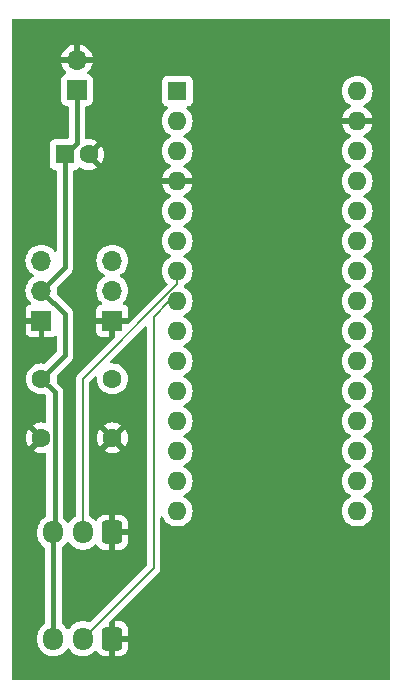
<source format=gbl>
G04 #@! TF.GenerationSoftware,KiCad,Pcbnew,8.0.4*
G04 #@! TF.CreationDate,2024-11-05T19:38:06-08:00*
G04 #@! TF.ProjectId,Engine Control Unit,456e6769-6e65-4204-936f-6e74726f6c20,rev?*
G04 #@! TF.SameCoordinates,Original*
G04 #@! TF.FileFunction,Copper,L4,Bot*
G04 #@! TF.FilePolarity,Positive*
%FSLAX46Y46*%
G04 Gerber Fmt 4.6, Leading zero omitted, Abs format (unit mm)*
G04 Created by KiCad (PCBNEW 8.0.4) date 2024-11-05 19:38:06*
%MOMM*%
%LPD*%
G01*
G04 APERTURE LIST*
G04 Aperture macros list*
%AMRoundRect*
0 Rectangle with rounded corners*
0 $1 Rounding radius*
0 $2 $3 $4 $5 $6 $7 $8 $9 X,Y pos of 4 corners*
0 Add a 4 corners polygon primitive as box body*
4,1,4,$2,$3,$4,$5,$6,$7,$8,$9,$2,$3,0*
0 Add four circle primitives for the rounded corners*
1,1,$1+$1,$2,$3*
1,1,$1+$1,$4,$5*
1,1,$1+$1,$6,$7*
1,1,$1+$1,$8,$9*
0 Add four rect primitives between the rounded corners*
20,1,$1+$1,$2,$3,$4,$5,0*
20,1,$1+$1,$4,$5,$6,$7,0*
20,1,$1+$1,$6,$7,$8,$9,0*
20,1,$1+$1,$8,$9,$2,$3,0*%
G04 Aperture macros list end*
G04 #@! TA.AperFunction,ComponentPad*
%ADD10R,1.700000X1.700000*%
G04 #@! TD*
G04 #@! TA.AperFunction,ComponentPad*
%ADD11O,1.700000X1.700000*%
G04 #@! TD*
G04 #@! TA.AperFunction,ComponentPad*
%ADD12C,1.600000*%
G04 #@! TD*
G04 #@! TA.AperFunction,ComponentPad*
%ADD13R,1.600000X1.600000*%
G04 #@! TD*
G04 #@! TA.AperFunction,ComponentPad*
%ADD14RoundRect,0.250000X0.600000X0.725000X-0.600000X0.725000X-0.600000X-0.725000X0.600000X-0.725000X0*%
G04 #@! TD*
G04 #@! TA.AperFunction,ComponentPad*
%ADD15O,1.700000X1.950000*%
G04 #@! TD*
G04 #@! TA.AperFunction,ComponentPad*
%ADD16O,1.600000X1.600000*%
G04 #@! TD*
G04 #@! TA.AperFunction,Conductor*
%ADD17C,0.127000*%
G04 #@! TD*
G04 #@! TA.AperFunction,Conductor*
%ADD18C,0.400000*%
G04 #@! TD*
G04 APERTURE END LIST*
D10*
X129000000Y-101080000D03*
D11*
X129000000Y-98540000D03*
X129000000Y-96000000D03*
D12*
X135000000Y-111000000D03*
X135000000Y-106000000D03*
D13*
X131000000Y-87000000D03*
D12*
X133000000Y-87000000D03*
D14*
X135000000Y-119000000D03*
D15*
X132500000Y-119000000D03*
X130000000Y-119000000D03*
D12*
X129000000Y-111000000D03*
X129000000Y-106000000D03*
D10*
X135000000Y-101080000D03*
D11*
X135000000Y-98540000D03*
X135000000Y-96000000D03*
D14*
X135000000Y-128000000D03*
D15*
X132500000Y-128000000D03*
X130000000Y-128000000D03*
D13*
X140500000Y-81640000D03*
D16*
X140500000Y-84180000D03*
X140500000Y-86720000D03*
X140500000Y-89260000D03*
X140500000Y-91800000D03*
X140500000Y-94340000D03*
X140500000Y-96880000D03*
X140500000Y-99420000D03*
X140500000Y-101960000D03*
X140500000Y-104500000D03*
X140500000Y-107040000D03*
X140500000Y-109580000D03*
X140500000Y-112120000D03*
X140500000Y-114660000D03*
X140500000Y-117200000D03*
X155740000Y-117200000D03*
X155740000Y-114660000D03*
X155740000Y-112120000D03*
X155740000Y-109580000D03*
X155740000Y-107040000D03*
X155740000Y-104500000D03*
X155740000Y-101960000D03*
X155740000Y-99420000D03*
X155740000Y-96880000D03*
X155740000Y-94340000D03*
X155740000Y-91800000D03*
X155740000Y-89260000D03*
X155740000Y-86720000D03*
X155740000Y-84180000D03*
X155740000Y-81640000D03*
D10*
X132000000Y-81540000D03*
D11*
X132000000Y-79000000D03*
D17*
X140500000Y-98011370D02*
X140500000Y-96880000D01*
X132500000Y-106011370D02*
X140500000Y-98011370D01*
X132500000Y-119000000D02*
X132500000Y-106011370D01*
X138500000Y-100750000D02*
X139830000Y-99420000D01*
X139830000Y-99420000D02*
X140500000Y-99420000D01*
X132500000Y-128000000D02*
X138500000Y-122000000D01*
X138500000Y-122000000D02*
X138500000Y-100750000D01*
D18*
X129000000Y-98540000D02*
X131000000Y-100540000D01*
X129000000Y-106000000D02*
X130127000Y-107127000D01*
X131000000Y-104000000D02*
X129000000Y-106000000D01*
X130127000Y-107127000D02*
X130127000Y-118873000D01*
X131000000Y-87000000D02*
X131000000Y-96540000D01*
X130127000Y-118873000D02*
X130000000Y-119000000D01*
X131000000Y-96540000D02*
X129000000Y-98540000D01*
X130000000Y-119000000D02*
X130000000Y-128000000D01*
X132000000Y-86000000D02*
X131000000Y-87000000D01*
X132000000Y-81540000D02*
X132000000Y-86000000D01*
X131000000Y-100540000D02*
X131000000Y-104000000D01*
G04 #@! TA.AperFunction,Conductor*
G36*
X137855334Y-101556165D02*
G01*
X137911267Y-101598037D01*
X137935684Y-101663501D01*
X137936000Y-101672347D01*
X137936000Y-121715021D01*
X137916315Y-121782060D01*
X137899681Y-121802702D01*
X133117827Y-126584555D01*
X133056504Y-126618040D01*
X132991828Y-126614805D01*
X132816240Y-126557753D01*
X132653248Y-126531938D01*
X132606287Y-126524500D01*
X132393713Y-126524500D01*
X132346752Y-126531938D01*
X132183760Y-126557753D01*
X131981585Y-126623444D01*
X131792179Y-126719951D01*
X131620213Y-126844890D01*
X131469894Y-126995209D01*
X131469890Y-126995214D01*
X131350318Y-127159793D01*
X131294989Y-127202459D01*
X131225375Y-127208438D01*
X131163580Y-127175833D01*
X131149682Y-127159793D01*
X131030109Y-126995214D01*
X131030105Y-126995209D01*
X130879786Y-126844890D01*
X130751615Y-126751770D01*
X130708949Y-126696441D01*
X130700500Y-126651452D01*
X130700500Y-120348547D01*
X130720185Y-120281508D01*
X130751614Y-120248230D01*
X130879792Y-120155104D01*
X131030104Y-120004792D01*
X131149683Y-119840204D01*
X131205011Y-119797540D01*
X131274624Y-119791561D01*
X131336420Y-119824166D01*
X131350313Y-119840199D01*
X131377552Y-119877690D01*
X131469896Y-120004792D01*
X131620213Y-120155109D01*
X131792179Y-120280048D01*
X131792181Y-120280049D01*
X131792184Y-120280051D01*
X131981588Y-120376557D01*
X132183757Y-120442246D01*
X132393713Y-120475500D01*
X132393714Y-120475500D01*
X132606286Y-120475500D01*
X132606287Y-120475500D01*
X132816243Y-120442246D01*
X133018412Y-120376557D01*
X133207816Y-120280051D01*
X133265141Y-120238402D01*
X133379784Y-120155110D01*
X133379784Y-120155109D01*
X133379792Y-120155104D01*
X133518967Y-120015928D01*
X133580286Y-119982446D01*
X133649978Y-119987430D01*
X133705912Y-120029301D01*
X133712184Y-120038515D01*
X133807684Y-120193345D01*
X133931654Y-120317315D01*
X134080875Y-120409356D01*
X134080880Y-120409358D01*
X134247302Y-120464505D01*
X134247309Y-120464506D01*
X134350019Y-120474999D01*
X134749999Y-120474999D01*
X134750000Y-120474998D01*
X134750000Y-119404145D01*
X134816657Y-119442630D01*
X134937465Y-119475000D01*
X135062535Y-119475000D01*
X135183343Y-119442630D01*
X135250000Y-119404145D01*
X135250000Y-120474999D01*
X135649972Y-120474999D01*
X135649986Y-120474998D01*
X135752697Y-120464505D01*
X135919119Y-120409358D01*
X135919124Y-120409356D01*
X136068345Y-120317315D01*
X136192315Y-120193345D01*
X136284356Y-120044124D01*
X136284358Y-120044119D01*
X136339505Y-119877697D01*
X136339506Y-119877690D01*
X136349999Y-119774986D01*
X136350000Y-119774973D01*
X136350000Y-119250000D01*
X135404146Y-119250000D01*
X135442630Y-119183343D01*
X135475000Y-119062535D01*
X135475000Y-118937465D01*
X135442630Y-118816657D01*
X135404146Y-118750000D01*
X136349999Y-118750000D01*
X136349999Y-118225028D01*
X136349998Y-118225013D01*
X136339505Y-118122302D01*
X136284358Y-117955880D01*
X136284356Y-117955875D01*
X136192315Y-117806654D01*
X136068345Y-117682684D01*
X135919124Y-117590643D01*
X135919119Y-117590641D01*
X135752697Y-117535494D01*
X135752690Y-117535493D01*
X135649986Y-117525000D01*
X135250000Y-117525000D01*
X135250000Y-118595854D01*
X135183343Y-118557370D01*
X135062535Y-118525000D01*
X134937465Y-118525000D01*
X134816657Y-118557370D01*
X134750000Y-118595854D01*
X134750000Y-117525000D01*
X134350028Y-117525000D01*
X134350012Y-117525001D01*
X134247302Y-117535494D01*
X134080880Y-117590641D01*
X134080875Y-117590643D01*
X133931654Y-117682684D01*
X133807683Y-117806655D01*
X133807680Y-117806659D01*
X133712183Y-117961484D01*
X133660235Y-118008209D01*
X133591273Y-118019430D01*
X133527191Y-117991587D01*
X133518964Y-117984068D01*
X133379786Y-117844890D01*
X133207817Y-117719949D01*
X133131704Y-117681167D01*
X133080909Y-117633193D01*
X133064000Y-117570683D01*
X133064000Y-110999997D01*
X133695034Y-110999997D01*
X133695034Y-111000002D01*
X133714858Y-111226599D01*
X133714860Y-111226610D01*
X133773730Y-111446317D01*
X133773735Y-111446331D01*
X133869863Y-111652478D01*
X133920974Y-111725472D01*
X134600000Y-111046446D01*
X134600000Y-111052661D01*
X134627259Y-111154394D01*
X134679920Y-111245606D01*
X134754394Y-111320080D01*
X134845606Y-111372741D01*
X134947339Y-111400000D01*
X134953553Y-111400000D01*
X134274526Y-112079025D01*
X134347513Y-112130132D01*
X134347521Y-112130136D01*
X134553668Y-112226264D01*
X134553682Y-112226269D01*
X134773389Y-112285139D01*
X134773400Y-112285141D01*
X134999998Y-112304966D01*
X135000002Y-112304966D01*
X135226599Y-112285141D01*
X135226610Y-112285139D01*
X135446317Y-112226269D01*
X135446331Y-112226264D01*
X135652478Y-112130136D01*
X135725471Y-112079024D01*
X135046447Y-111400000D01*
X135052661Y-111400000D01*
X135154394Y-111372741D01*
X135245606Y-111320080D01*
X135320080Y-111245606D01*
X135372741Y-111154394D01*
X135400000Y-111052661D01*
X135400000Y-111046447D01*
X136079024Y-111725471D01*
X136130136Y-111652478D01*
X136226264Y-111446331D01*
X136226269Y-111446317D01*
X136285139Y-111226610D01*
X136285141Y-111226599D01*
X136304966Y-111000002D01*
X136304966Y-110999997D01*
X136285141Y-110773400D01*
X136285139Y-110773389D01*
X136226269Y-110553682D01*
X136226264Y-110553668D01*
X136130136Y-110347521D01*
X136130132Y-110347513D01*
X136079025Y-110274526D01*
X135400000Y-110953551D01*
X135400000Y-110947339D01*
X135372741Y-110845606D01*
X135320080Y-110754394D01*
X135245606Y-110679920D01*
X135154394Y-110627259D01*
X135052661Y-110600000D01*
X135046448Y-110600000D01*
X135725472Y-109920974D01*
X135652478Y-109869863D01*
X135446331Y-109773735D01*
X135446317Y-109773730D01*
X135226610Y-109714860D01*
X135226599Y-109714858D01*
X135000002Y-109695034D01*
X134999998Y-109695034D01*
X134773400Y-109714858D01*
X134773389Y-109714860D01*
X134553682Y-109773730D01*
X134553673Y-109773734D01*
X134347516Y-109869866D01*
X134347512Y-109869868D01*
X134274526Y-109920973D01*
X134274526Y-109920974D01*
X134953553Y-110600000D01*
X134947339Y-110600000D01*
X134845606Y-110627259D01*
X134754394Y-110679920D01*
X134679920Y-110754394D01*
X134627259Y-110845606D01*
X134600000Y-110947339D01*
X134600000Y-110953552D01*
X133920974Y-110274526D01*
X133920973Y-110274526D01*
X133869868Y-110347512D01*
X133869866Y-110347516D01*
X133773734Y-110553673D01*
X133773730Y-110553682D01*
X133714860Y-110773389D01*
X133714858Y-110773400D01*
X133695034Y-110999997D01*
X133064000Y-110999997D01*
X133064000Y-106296347D01*
X133083685Y-106229308D01*
X133100315Y-106208670D01*
X133490595Y-105818389D01*
X133551918Y-105784905D01*
X133621610Y-105789889D01*
X133677543Y-105831761D01*
X133701960Y-105897225D01*
X133701804Y-105916878D01*
X133694532Y-105999997D01*
X133694532Y-106000001D01*
X133714364Y-106226686D01*
X133714366Y-106226697D01*
X133773258Y-106446488D01*
X133773261Y-106446497D01*
X133869431Y-106652732D01*
X133869432Y-106652734D01*
X133999954Y-106839141D01*
X134160858Y-107000045D01*
X134160861Y-107000047D01*
X134347266Y-107130568D01*
X134553504Y-107226739D01*
X134773308Y-107285635D01*
X134935230Y-107299801D01*
X134999998Y-107305468D01*
X135000000Y-107305468D01*
X135000002Y-107305468D01*
X135056673Y-107300509D01*
X135226692Y-107285635D01*
X135446496Y-107226739D01*
X135652734Y-107130568D01*
X135839139Y-107000047D01*
X136000047Y-106839139D01*
X136130568Y-106652734D01*
X136226739Y-106446496D01*
X136285635Y-106226692D01*
X136305468Y-106000000D01*
X136285635Y-105773308D01*
X136226739Y-105553504D01*
X136130568Y-105347266D01*
X136000047Y-105160861D01*
X136000045Y-105160858D01*
X135839141Y-104999954D01*
X135652734Y-104869432D01*
X135652732Y-104869431D01*
X135446497Y-104773261D01*
X135446488Y-104773258D01*
X135226697Y-104714366D01*
X135226693Y-104714365D01*
X135226692Y-104714365D01*
X135226691Y-104714364D01*
X135226686Y-104714364D01*
X135000002Y-104694532D01*
X134999998Y-104694532D01*
X134916877Y-104701804D01*
X134848377Y-104688037D01*
X134798194Y-104639422D01*
X134782261Y-104571393D01*
X134805636Y-104505550D01*
X134818382Y-104490602D01*
X137724321Y-101584664D01*
X137785642Y-101551181D01*
X137855334Y-101556165D01*
G37*
G04 #@! TD.AperFunction*
G04 #@! TA.AperFunction,Conductor*
G36*
X158442539Y-75520185D02*
G01*
X158488294Y-75572989D01*
X158499500Y-75624500D01*
X158499500Y-131375500D01*
X158479815Y-131442539D01*
X158427011Y-131488294D01*
X158375500Y-131499500D01*
X126624500Y-131499500D01*
X126557461Y-131479815D01*
X126511706Y-131427011D01*
X126500500Y-131375500D01*
X126500500Y-95999999D01*
X127644341Y-95999999D01*
X127644341Y-96000000D01*
X127664936Y-96235403D01*
X127664938Y-96235413D01*
X127726094Y-96463655D01*
X127726096Y-96463659D01*
X127726097Y-96463663D01*
X127814533Y-96653313D01*
X127825965Y-96677829D01*
X127825967Y-96677834D01*
X127961501Y-96871395D01*
X127961506Y-96871402D01*
X128128597Y-97038493D01*
X128128603Y-97038498D01*
X128314158Y-97168425D01*
X128357783Y-97223002D01*
X128364977Y-97292500D01*
X128333454Y-97354855D01*
X128314158Y-97371575D01*
X128128597Y-97501505D01*
X127961505Y-97668597D01*
X127825965Y-97862169D01*
X127825964Y-97862171D01*
X127726098Y-98076335D01*
X127726094Y-98076344D01*
X127664938Y-98304586D01*
X127664936Y-98304596D01*
X127644341Y-98539999D01*
X127644341Y-98540000D01*
X127664936Y-98775403D01*
X127664938Y-98775413D01*
X127726094Y-99003655D01*
X127726096Y-99003659D01*
X127726097Y-99003663D01*
X127814527Y-99193302D01*
X127825965Y-99217830D01*
X127825967Y-99217834D01*
X127934281Y-99372521D01*
X127961501Y-99411396D01*
X127961506Y-99411402D01*
X128083818Y-99533714D01*
X128117303Y-99595037D01*
X128112319Y-99664729D01*
X128070447Y-99720662D01*
X128039471Y-99737577D01*
X127907912Y-99786646D01*
X127907906Y-99786649D01*
X127792812Y-99872809D01*
X127792809Y-99872812D01*
X127706649Y-99987906D01*
X127706645Y-99987913D01*
X127656403Y-100122620D01*
X127656401Y-100122627D01*
X127650000Y-100182155D01*
X127650000Y-100830000D01*
X128566988Y-100830000D01*
X128534075Y-100887007D01*
X128500000Y-101014174D01*
X128500000Y-101145826D01*
X128534075Y-101272993D01*
X128566988Y-101330000D01*
X127650000Y-101330000D01*
X127650000Y-101977844D01*
X127656401Y-102037372D01*
X127656403Y-102037379D01*
X127706645Y-102172086D01*
X127706649Y-102172093D01*
X127792809Y-102287187D01*
X127792812Y-102287190D01*
X127907906Y-102373350D01*
X127907913Y-102373354D01*
X128042620Y-102423596D01*
X128042627Y-102423598D01*
X128102155Y-102429999D01*
X128102172Y-102430000D01*
X128750000Y-102430000D01*
X128750000Y-101513012D01*
X128807007Y-101545925D01*
X128934174Y-101580000D01*
X129065826Y-101580000D01*
X129192993Y-101545925D01*
X129250000Y-101513012D01*
X129250000Y-102430000D01*
X129897828Y-102430000D01*
X129897844Y-102429999D01*
X129957372Y-102423598D01*
X129957379Y-102423596D01*
X130092086Y-102373354D01*
X130101186Y-102366542D01*
X130166650Y-102342123D01*
X130234923Y-102356973D01*
X130284330Y-102406377D01*
X130299500Y-102465807D01*
X130299500Y-103658480D01*
X130279815Y-103725519D01*
X130263181Y-103746161D01*
X129330369Y-104678972D01*
X129269046Y-104712457D01*
X129231881Y-104714819D01*
X129226680Y-104714364D01*
X129207171Y-104712657D01*
X129000002Y-104694532D01*
X128999998Y-104694532D01*
X128773313Y-104714364D01*
X128773302Y-104714366D01*
X128553511Y-104773258D01*
X128553502Y-104773261D01*
X128347267Y-104869431D01*
X128347265Y-104869432D01*
X128160858Y-104999954D01*
X127999954Y-105160858D01*
X127869432Y-105347265D01*
X127869431Y-105347267D01*
X127773261Y-105553502D01*
X127773258Y-105553511D01*
X127714366Y-105773302D01*
X127714364Y-105773313D01*
X127694532Y-105999998D01*
X127694532Y-106000001D01*
X127714364Y-106226686D01*
X127714366Y-106226697D01*
X127773258Y-106446488D01*
X127773261Y-106446497D01*
X127869431Y-106652732D01*
X127869432Y-106652734D01*
X127999954Y-106839141D01*
X128160858Y-107000045D01*
X128160861Y-107000047D01*
X128347266Y-107130568D01*
X128553504Y-107226739D01*
X128773308Y-107285635D01*
X128935230Y-107299801D01*
X128999998Y-107305468D01*
X129000000Y-107305468D01*
X129000001Y-107305468D01*
X129018304Y-107303866D01*
X129226692Y-107285635D01*
X129226697Y-107285633D01*
X129231881Y-107285180D01*
X129300381Y-107298946D01*
X129330370Y-107321027D01*
X129390181Y-107380838D01*
X129423666Y-107442161D01*
X129426500Y-107468519D01*
X129426500Y-109606820D01*
X129406815Y-109673859D01*
X129354011Y-109719614D01*
X129284853Y-109729558D01*
X129270408Y-109726595D01*
X129226610Y-109714860D01*
X129226603Y-109714859D01*
X129000002Y-109695034D01*
X128999998Y-109695034D01*
X128773400Y-109714858D01*
X128773389Y-109714860D01*
X128553682Y-109773730D01*
X128553673Y-109773734D01*
X128347516Y-109869866D01*
X128347512Y-109869868D01*
X128274526Y-109920973D01*
X128274526Y-109920974D01*
X128953553Y-110600000D01*
X128947339Y-110600000D01*
X128845606Y-110627259D01*
X128754394Y-110679920D01*
X128679920Y-110754394D01*
X128627259Y-110845606D01*
X128600000Y-110947339D01*
X128600000Y-110953552D01*
X127920974Y-110274526D01*
X127920973Y-110274526D01*
X127869868Y-110347512D01*
X127869866Y-110347516D01*
X127773734Y-110553673D01*
X127773730Y-110553682D01*
X127714860Y-110773389D01*
X127714858Y-110773400D01*
X127695034Y-110999997D01*
X127695034Y-111000002D01*
X127714858Y-111226599D01*
X127714860Y-111226610D01*
X127773730Y-111446317D01*
X127773735Y-111446331D01*
X127869863Y-111652478D01*
X127920974Y-111725472D01*
X128600000Y-111046446D01*
X128600000Y-111052661D01*
X128627259Y-111154394D01*
X128679920Y-111245606D01*
X128754394Y-111320080D01*
X128845606Y-111372741D01*
X128947339Y-111400000D01*
X128953551Y-111400000D01*
X128274526Y-112079025D01*
X128347513Y-112130132D01*
X128347521Y-112130136D01*
X128553668Y-112226264D01*
X128553682Y-112226269D01*
X128773389Y-112285139D01*
X128773400Y-112285141D01*
X128999998Y-112304966D01*
X129000002Y-112304966D01*
X129226599Y-112285141D01*
X129226606Y-112285140D01*
X129270406Y-112273404D01*
X129340256Y-112275067D01*
X129398119Y-112314229D01*
X129425623Y-112378457D01*
X129426500Y-112393179D01*
X129426500Y-117575523D01*
X129406815Y-117642562D01*
X129358796Y-117686007D01*
X129292182Y-117719949D01*
X129120213Y-117844890D01*
X128969890Y-117995213D01*
X128844951Y-118167179D01*
X128748444Y-118356585D01*
X128682753Y-118558760D01*
X128673069Y-118619905D01*
X128649500Y-118768713D01*
X128649500Y-119231287D01*
X128682754Y-119441243D01*
X128693722Y-119475000D01*
X128748444Y-119643414D01*
X128844951Y-119832820D01*
X128969890Y-120004786D01*
X129120211Y-120155107D01*
X129191200Y-120206682D01*
X129248385Y-120248229D01*
X129291051Y-120303558D01*
X129299500Y-120348547D01*
X129299500Y-126651452D01*
X129279815Y-126718491D01*
X129248385Y-126751770D01*
X129120213Y-126844890D01*
X128969890Y-126995213D01*
X128844951Y-127167179D01*
X128748444Y-127356585D01*
X128682753Y-127558760D01*
X128673069Y-127619905D01*
X128649500Y-127768713D01*
X128649500Y-128231287D01*
X128682754Y-128441243D01*
X128693722Y-128475000D01*
X128748444Y-128643414D01*
X128844951Y-128832820D01*
X128969890Y-129004786D01*
X129120213Y-129155109D01*
X129292179Y-129280048D01*
X129292181Y-129280049D01*
X129292184Y-129280051D01*
X129481588Y-129376557D01*
X129683757Y-129442246D01*
X129893713Y-129475500D01*
X129893714Y-129475500D01*
X130106286Y-129475500D01*
X130106287Y-129475500D01*
X130316243Y-129442246D01*
X130518412Y-129376557D01*
X130707816Y-129280051D01*
X130729789Y-129264086D01*
X130879786Y-129155109D01*
X130879788Y-129155106D01*
X130879792Y-129155104D01*
X131030104Y-129004792D01*
X131149683Y-128840204D01*
X131205011Y-128797540D01*
X131274624Y-128791561D01*
X131336420Y-128824166D01*
X131350313Y-128840199D01*
X131377552Y-128877690D01*
X131469896Y-129004792D01*
X131620213Y-129155109D01*
X131792179Y-129280048D01*
X131792181Y-129280049D01*
X131792184Y-129280051D01*
X131981588Y-129376557D01*
X132183757Y-129442246D01*
X132393713Y-129475500D01*
X132393714Y-129475500D01*
X132606286Y-129475500D01*
X132606287Y-129475500D01*
X132816243Y-129442246D01*
X133018412Y-129376557D01*
X133207816Y-129280051D01*
X133265141Y-129238402D01*
X133379784Y-129155110D01*
X133379784Y-129155109D01*
X133379792Y-129155104D01*
X133518967Y-129015928D01*
X133580286Y-128982446D01*
X133649978Y-128987430D01*
X133705912Y-129029301D01*
X133712184Y-129038515D01*
X133807684Y-129193345D01*
X133931654Y-129317315D01*
X134080875Y-129409356D01*
X134080880Y-129409358D01*
X134247302Y-129464505D01*
X134247309Y-129464506D01*
X134350019Y-129474999D01*
X134749999Y-129474999D01*
X134750000Y-129474998D01*
X134750000Y-128404145D01*
X134816657Y-128442630D01*
X134937465Y-128475000D01*
X135062535Y-128475000D01*
X135183343Y-128442630D01*
X135250000Y-128404145D01*
X135250000Y-129474999D01*
X135649972Y-129474999D01*
X135649986Y-129474998D01*
X135752697Y-129464505D01*
X135919119Y-129409358D01*
X135919124Y-129409356D01*
X136068345Y-129317315D01*
X136192315Y-129193345D01*
X136284356Y-129044124D01*
X136284358Y-129044119D01*
X136339505Y-128877697D01*
X136339506Y-128877690D01*
X136349999Y-128774986D01*
X136350000Y-128774973D01*
X136350000Y-128250000D01*
X135404146Y-128250000D01*
X135442630Y-128183343D01*
X135475000Y-128062535D01*
X135475000Y-127937465D01*
X135442630Y-127816657D01*
X135404146Y-127750000D01*
X136349999Y-127750000D01*
X136349999Y-127225028D01*
X136349998Y-127225013D01*
X136339505Y-127122302D01*
X136284358Y-126955880D01*
X136284356Y-126955875D01*
X136192315Y-126806654D01*
X136068345Y-126682684D01*
X135919124Y-126590643D01*
X135919119Y-126590641D01*
X135752697Y-126535494D01*
X135752690Y-126535493D01*
X135649986Y-126525000D01*
X135250000Y-126525000D01*
X135250000Y-127595854D01*
X135183343Y-127557370D01*
X135062535Y-127525000D01*
X134937465Y-127525000D01*
X134816657Y-127557370D01*
X134750000Y-127595854D01*
X134750000Y-126598977D01*
X134769685Y-126531938D01*
X134786319Y-126511296D01*
X138836094Y-122461521D01*
X138836099Y-122461517D01*
X138846302Y-122451313D01*
X138846304Y-122451313D01*
X138951313Y-122346304D01*
X138953592Y-122342356D01*
X138998377Y-122264787D01*
X138998380Y-122264778D01*
X138998386Y-122264770D01*
X139025565Y-122217697D01*
X139064000Y-122074253D01*
X139064000Y-121925748D01*
X139064000Y-117757061D01*
X139083685Y-117690022D01*
X139136489Y-117644267D01*
X139205647Y-117634323D01*
X139269203Y-117663348D01*
X139300382Y-117704656D01*
X139369431Y-117852732D01*
X139369432Y-117852734D01*
X139499954Y-118039141D01*
X139660858Y-118200045D01*
X139660861Y-118200047D01*
X139847266Y-118330568D01*
X140053504Y-118426739D01*
X140273308Y-118485635D01*
X140435230Y-118499801D01*
X140499998Y-118505468D01*
X140500000Y-118505468D01*
X140500002Y-118505468D01*
X140556673Y-118500509D01*
X140726692Y-118485635D01*
X140946496Y-118426739D01*
X141152734Y-118330568D01*
X141339139Y-118200047D01*
X141500047Y-118039139D01*
X141630568Y-117852734D01*
X141726739Y-117646496D01*
X141785635Y-117426692D01*
X141805468Y-117200000D01*
X141785635Y-116973308D01*
X141726739Y-116753504D01*
X141630568Y-116547266D01*
X141500047Y-116360861D01*
X141500045Y-116360858D01*
X141339141Y-116199954D01*
X141152734Y-116069432D01*
X141152728Y-116069429D01*
X141094725Y-116042382D01*
X141042285Y-115996210D01*
X141023133Y-115929017D01*
X141043348Y-115862135D01*
X141094725Y-115817618D01*
X141152734Y-115790568D01*
X141339139Y-115660047D01*
X141500047Y-115499139D01*
X141630568Y-115312734D01*
X141726739Y-115106496D01*
X141785635Y-114886692D01*
X141805468Y-114660000D01*
X141785635Y-114433308D01*
X141726739Y-114213504D01*
X141630568Y-114007266D01*
X141500047Y-113820861D01*
X141500045Y-113820858D01*
X141339141Y-113659954D01*
X141152734Y-113529432D01*
X141152728Y-113529429D01*
X141094725Y-113502382D01*
X141042285Y-113456210D01*
X141023133Y-113389017D01*
X141043348Y-113322135D01*
X141094725Y-113277618D01*
X141152734Y-113250568D01*
X141339139Y-113120047D01*
X141500047Y-112959139D01*
X141630568Y-112772734D01*
X141726739Y-112566496D01*
X141785635Y-112346692D01*
X141805468Y-112120000D01*
X141785635Y-111893308D01*
X141726739Y-111673504D01*
X141630568Y-111467266D01*
X141500047Y-111280861D01*
X141500045Y-111280858D01*
X141339141Y-111119954D01*
X141152734Y-110989432D01*
X141152728Y-110989429D01*
X141094725Y-110962382D01*
X141042285Y-110916210D01*
X141023133Y-110849017D01*
X141043348Y-110782135D01*
X141094725Y-110737618D01*
X141152734Y-110710568D01*
X141339139Y-110580047D01*
X141500047Y-110419139D01*
X141630568Y-110232734D01*
X141726739Y-110026496D01*
X141785635Y-109806692D01*
X141805468Y-109580000D01*
X141785635Y-109353308D01*
X141726739Y-109133504D01*
X141630568Y-108927266D01*
X141500047Y-108740861D01*
X141500045Y-108740858D01*
X141339141Y-108579954D01*
X141152734Y-108449432D01*
X141152728Y-108449429D01*
X141094725Y-108422382D01*
X141042285Y-108376210D01*
X141023133Y-108309017D01*
X141043348Y-108242135D01*
X141094725Y-108197618D01*
X141152734Y-108170568D01*
X141339139Y-108040047D01*
X141500047Y-107879139D01*
X141630568Y-107692734D01*
X141726739Y-107486496D01*
X141785635Y-107266692D01*
X141805468Y-107040000D01*
X141785635Y-106813308D01*
X141726739Y-106593504D01*
X141630568Y-106387266D01*
X141500047Y-106200861D01*
X141500045Y-106200858D01*
X141339141Y-106039954D01*
X141152734Y-105909432D01*
X141152728Y-105909429D01*
X141094725Y-105882382D01*
X141042285Y-105836210D01*
X141023133Y-105769017D01*
X141043348Y-105702135D01*
X141094725Y-105657618D01*
X141152734Y-105630568D01*
X141339139Y-105500047D01*
X141500047Y-105339139D01*
X141630568Y-105152734D01*
X141726739Y-104946496D01*
X141785635Y-104726692D01*
X141802634Y-104532384D01*
X141805468Y-104500001D01*
X141805468Y-104499998D01*
X141785635Y-104273313D01*
X141785635Y-104273308D01*
X141726739Y-104053504D01*
X141630568Y-103847266D01*
X141500047Y-103660861D01*
X141500045Y-103660858D01*
X141339141Y-103499954D01*
X141152734Y-103369432D01*
X141152728Y-103369429D01*
X141094725Y-103342382D01*
X141042285Y-103296210D01*
X141023133Y-103229017D01*
X141043348Y-103162135D01*
X141094725Y-103117618D01*
X141152734Y-103090568D01*
X141339139Y-102960047D01*
X141500047Y-102799139D01*
X141630568Y-102612734D01*
X141726739Y-102406496D01*
X141785635Y-102186692D01*
X141805468Y-101960000D01*
X141785635Y-101733308D01*
X141738170Y-101556165D01*
X141726741Y-101513511D01*
X141726738Y-101513502D01*
X141641169Y-101330000D01*
X141630568Y-101307266D01*
X141500047Y-101120861D01*
X141500045Y-101120858D01*
X141339141Y-100959954D01*
X141152734Y-100829432D01*
X141152728Y-100829429D01*
X141094725Y-100802382D01*
X141042285Y-100756210D01*
X141023133Y-100689017D01*
X141043348Y-100622135D01*
X141094725Y-100577618D01*
X141152734Y-100550568D01*
X141339139Y-100420047D01*
X141500047Y-100259139D01*
X141630568Y-100072734D01*
X141726739Y-99866496D01*
X141785635Y-99646692D01*
X141805468Y-99420000D01*
X141785635Y-99193308D01*
X141726739Y-98973504D01*
X141630568Y-98767266D01*
X141500047Y-98580861D01*
X141500045Y-98580858D01*
X141339141Y-98419954D01*
X141277004Y-98376446D01*
X141152734Y-98289432D01*
X141149196Y-98287782D01*
X141119608Y-98273984D01*
X141067170Y-98227811D01*
X141048019Y-98160617D01*
X141052240Y-98129512D01*
X141058342Y-98106739D01*
X141059347Y-98102988D01*
X141095709Y-98043329D01*
X141126712Y-98022701D01*
X141152734Y-98010568D01*
X141339139Y-97880047D01*
X141500047Y-97719139D01*
X141630568Y-97532734D01*
X141726739Y-97326496D01*
X141785635Y-97106692D01*
X141805468Y-96880000D01*
X141785635Y-96653308D01*
X141726739Y-96433504D01*
X141630568Y-96227266D01*
X141500047Y-96040861D01*
X141500045Y-96040858D01*
X141339141Y-95879954D01*
X141152734Y-95749432D01*
X141152728Y-95749429D01*
X141094725Y-95722382D01*
X141042285Y-95676210D01*
X141023133Y-95609017D01*
X141043348Y-95542135D01*
X141094725Y-95497618D01*
X141152734Y-95470568D01*
X141339139Y-95340047D01*
X141500047Y-95179139D01*
X141630568Y-94992734D01*
X141726739Y-94786496D01*
X141785635Y-94566692D01*
X141805468Y-94340000D01*
X141785635Y-94113308D01*
X141726739Y-93893504D01*
X141630568Y-93687266D01*
X141500047Y-93500861D01*
X141500045Y-93500858D01*
X141339141Y-93339954D01*
X141152734Y-93209432D01*
X141152728Y-93209429D01*
X141094725Y-93182382D01*
X141042285Y-93136210D01*
X141023133Y-93069017D01*
X141043348Y-93002135D01*
X141094725Y-92957618D01*
X141152734Y-92930568D01*
X141339139Y-92800047D01*
X141500047Y-92639139D01*
X141630568Y-92452734D01*
X141726739Y-92246496D01*
X141785635Y-92026692D01*
X141805468Y-91800000D01*
X141785635Y-91573308D01*
X141726739Y-91353504D01*
X141630568Y-91147266D01*
X141500047Y-90960861D01*
X141500045Y-90960858D01*
X141339141Y-90799954D01*
X141152734Y-90669432D01*
X141152732Y-90669431D01*
X141094725Y-90642382D01*
X141094132Y-90642105D01*
X141041694Y-90595934D01*
X141022542Y-90528740D01*
X141042758Y-90461859D01*
X141094134Y-90417341D01*
X141152484Y-90390132D01*
X141338820Y-90259657D01*
X141499657Y-90098820D01*
X141630134Y-89912482D01*
X141726265Y-89706326D01*
X141726269Y-89706317D01*
X141778872Y-89510000D01*
X140933012Y-89510000D01*
X140965925Y-89452993D01*
X141000000Y-89325826D01*
X141000000Y-89194174D01*
X140965925Y-89067007D01*
X140933012Y-89010000D01*
X141778872Y-89010000D01*
X141778872Y-89009999D01*
X141726269Y-88813682D01*
X141726265Y-88813673D01*
X141630134Y-88607517D01*
X141499657Y-88421179D01*
X141338820Y-88260342D01*
X141152482Y-88129865D01*
X141094133Y-88102657D01*
X141041694Y-88056484D01*
X141022542Y-87989291D01*
X141042758Y-87922410D01*
X141094129Y-87877895D01*
X141152734Y-87850568D01*
X141339139Y-87720047D01*
X141500047Y-87559139D01*
X141630568Y-87372734D01*
X141726739Y-87166496D01*
X141785635Y-86946692D01*
X141805468Y-86720000D01*
X141801961Y-86679920D01*
X141785635Y-86493313D01*
X141785635Y-86493308D01*
X141726739Y-86273504D01*
X141630568Y-86067266D01*
X141500047Y-85880861D01*
X141500045Y-85880858D01*
X141339141Y-85719954D01*
X141152734Y-85589432D01*
X141152728Y-85589429D01*
X141094725Y-85562382D01*
X141042285Y-85516210D01*
X141023133Y-85449017D01*
X141043348Y-85382135D01*
X141094725Y-85337618D01*
X141095319Y-85337341D01*
X141152734Y-85310568D01*
X141339139Y-85180047D01*
X141500047Y-85019139D01*
X141630568Y-84832734D01*
X141726739Y-84626496D01*
X141785635Y-84406692D01*
X141805468Y-84180000D01*
X141785635Y-83953308D01*
X141726739Y-83733504D01*
X141630568Y-83527266D01*
X141500047Y-83340861D01*
X141500045Y-83340858D01*
X141339143Y-83179956D01*
X141314536Y-83162726D01*
X141270912Y-83108149D01*
X141263719Y-83038650D01*
X141295241Y-82976296D01*
X141355471Y-82940882D01*
X141372404Y-82937861D01*
X141407483Y-82934091D01*
X141542331Y-82883796D01*
X141657546Y-82797546D01*
X141743796Y-82682331D01*
X141794091Y-82547483D01*
X141800500Y-82487873D01*
X141800499Y-81639998D01*
X154434532Y-81639998D01*
X154434532Y-81640001D01*
X154454364Y-81866686D01*
X154454366Y-81866697D01*
X154513258Y-82086488D01*
X154513261Y-82086497D01*
X154609431Y-82292732D01*
X154609432Y-82292734D01*
X154739954Y-82479141D01*
X154900858Y-82640045D01*
X154900861Y-82640047D01*
X155087266Y-82770568D01*
X155145865Y-82797893D01*
X155198305Y-82844065D01*
X155217457Y-82911258D01*
X155197242Y-82978139D01*
X155145867Y-83022657D01*
X155087515Y-83049867D01*
X154901179Y-83180342D01*
X154740342Y-83341179D01*
X154609865Y-83527517D01*
X154513734Y-83733673D01*
X154513730Y-83733682D01*
X154461127Y-83929999D01*
X154461128Y-83930000D01*
X155306988Y-83930000D01*
X155274075Y-83987007D01*
X155240000Y-84114174D01*
X155240000Y-84245826D01*
X155274075Y-84372993D01*
X155306988Y-84430000D01*
X154461128Y-84430000D01*
X154513730Y-84626317D01*
X154513734Y-84626326D01*
X154609865Y-84832482D01*
X154740342Y-85018820D01*
X154901179Y-85179657D01*
X155087518Y-85310134D01*
X155087520Y-85310135D01*
X155145865Y-85337342D01*
X155198305Y-85383514D01*
X155217457Y-85450707D01*
X155197242Y-85517589D01*
X155145867Y-85562105D01*
X155087268Y-85589431D01*
X155087264Y-85589433D01*
X154900858Y-85719954D01*
X154739954Y-85880858D01*
X154609432Y-86067265D01*
X154609431Y-86067267D01*
X154513261Y-86273502D01*
X154513258Y-86273511D01*
X154454366Y-86493302D01*
X154454364Y-86493313D01*
X154434532Y-86719998D01*
X154434532Y-86720001D01*
X154454364Y-86946686D01*
X154454366Y-86946697D01*
X154513258Y-87166488D01*
X154513261Y-87166497D01*
X154609431Y-87372732D01*
X154609432Y-87372734D01*
X154739954Y-87559141D01*
X154900858Y-87720045D01*
X154900861Y-87720047D01*
X155087266Y-87850568D01*
X155145275Y-87877618D01*
X155197714Y-87923791D01*
X155216866Y-87990984D01*
X155196650Y-88057865D01*
X155145275Y-88102381D01*
X155128272Y-88110310D01*
X155087267Y-88129431D01*
X155087265Y-88129432D01*
X154900858Y-88259954D01*
X154739954Y-88420858D01*
X154609432Y-88607265D01*
X154609431Y-88607267D01*
X154513261Y-88813502D01*
X154513258Y-88813511D01*
X154454366Y-89033302D01*
X154454364Y-89033313D01*
X154434532Y-89259998D01*
X154434532Y-89260001D01*
X154454364Y-89486686D01*
X154454366Y-89486697D01*
X154513258Y-89706488D01*
X154513261Y-89706497D01*
X154609431Y-89912732D01*
X154609432Y-89912734D01*
X154739954Y-90099141D01*
X154900858Y-90260045D01*
X154900861Y-90260047D01*
X155087266Y-90390568D01*
X155144681Y-90417341D01*
X155145275Y-90417618D01*
X155197714Y-90463791D01*
X155216866Y-90530984D01*
X155196650Y-90597865D01*
X155145275Y-90642382D01*
X155087267Y-90669431D01*
X155087265Y-90669432D01*
X154900858Y-90799954D01*
X154739954Y-90960858D01*
X154609432Y-91147265D01*
X154609431Y-91147267D01*
X154513261Y-91353502D01*
X154513258Y-91353511D01*
X154454366Y-91573302D01*
X154454364Y-91573313D01*
X154434532Y-91799998D01*
X154434532Y-91800001D01*
X154454364Y-92026686D01*
X154454366Y-92026697D01*
X154513258Y-92246488D01*
X154513261Y-92246497D01*
X154609431Y-92452732D01*
X154609432Y-92452734D01*
X154739954Y-92639141D01*
X154900858Y-92800045D01*
X154900861Y-92800047D01*
X155087266Y-92930568D01*
X155145275Y-92957618D01*
X155197714Y-93003791D01*
X155216866Y-93070984D01*
X155196650Y-93137865D01*
X155145275Y-93182382D01*
X155087267Y-93209431D01*
X155087265Y-93209432D01*
X154900858Y-93339954D01*
X154739954Y-93500858D01*
X154609432Y-93687265D01*
X154609431Y-93687267D01*
X154513261Y-93893502D01*
X154513258Y-93893511D01*
X154454366Y-94113302D01*
X154454364Y-94113313D01*
X154434532Y-94339998D01*
X154434532Y-94340001D01*
X154454364Y-94566686D01*
X154454366Y-94566697D01*
X154513258Y-94786488D01*
X154513261Y-94786497D01*
X154609431Y-94992732D01*
X154609432Y-94992734D01*
X154739954Y-95179141D01*
X154900858Y-95340045D01*
X154900861Y-95340047D01*
X155087266Y-95470568D01*
X155145275Y-95497618D01*
X155197714Y-95543791D01*
X155216866Y-95610984D01*
X155196650Y-95677865D01*
X155145275Y-95722382D01*
X155087267Y-95749431D01*
X155087265Y-95749432D01*
X154900858Y-95879954D01*
X154739954Y-96040858D01*
X154609432Y-96227265D01*
X154609431Y-96227267D01*
X154513261Y-96433502D01*
X154513258Y-96433511D01*
X154454366Y-96653302D01*
X154454364Y-96653313D01*
X154434532Y-96879998D01*
X154434532Y-96880001D01*
X154454364Y-97106686D01*
X154454366Y-97106697D01*
X154513258Y-97326488D01*
X154513261Y-97326497D01*
X154609431Y-97532732D01*
X154609432Y-97532734D01*
X154739954Y-97719141D01*
X154900858Y-97880045D01*
X154900861Y-97880047D01*
X155087266Y-98010568D01*
X155113277Y-98022697D01*
X155145275Y-98037618D01*
X155197714Y-98083791D01*
X155216866Y-98150984D01*
X155196650Y-98217865D01*
X155145275Y-98262382D01*
X155087267Y-98289431D01*
X155087265Y-98289432D01*
X154900858Y-98419954D01*
X154739954Y-98580858D01*
X154609432Y-98767265D01*
X154609431Y-98767267D01*
X154513261Y-98973502D01*
X154513258Y-98973511D01*
X154454366Y-99193302D01*
X154454364Y-99193313D01*
X154434532Y-99419998D01*
X154434532Y-99420001D01*
X154454364Y-99646686D01*
X154454366Y-99646697D01*
X154513258Y-99866488D01*
X154513261Y-99866497D01*
X154609431Y-100072732D01*
X154609432Y-100072734D01*
X154739954Y-100259141D01*
X154900858Y-100420045D01*
X154900861Y-100420047D01*
X155087266Y-100550568D01*
X155145275Y-100577618D01*
X155197714Y-100623791D01*
X155216866Y-100690984D01*
X155196650Y-100757865D01*
X155145275Y-100802382D01*
X155087267Y-100829431D01*
X155087265Y-100829432D01*
X154900858Y-100959954D01*
X154739954Y-101120858D01*
X154609432Y-101307265D01*
X154609431Y-101307267D01*
X154513261Y-101513502D01*
X154513258Y-101513511D01*
X154454366Y-101733302D01*
X154454364Y-101733313D01*
X154434532Y-101959998D01*
X154434532Y-101960001D01*
X154454364Y-102186686D01*
X154454366Y-102186697D01*
X154513258Y-102406488D01*
X154513261Y-102406497D01*
X154609431Y-102612732D01*
X154609432Y-102612734D01*
X154739954Y-102799141D01*
X154900858Y-102960045D01*
X154900861Y-102960047D01*
X155087266Y-103090568D01*
X155145275Y-103117618D01*
X155197714Y-103163791D01*
X155216866Y-103230984D01*
X155196650Y-103297865D01*
X155145275Y-103342382D01*
X155087267Y-103369431D01*
X155087265Y-103369432D01*
X154900858Y-103499954D01*
X154739954Y-103660858D01*
X154609432Y-103847265D01*
X154609431Y-103847267D01*
X154513261Y-104053502D01*
X154513258Y-104053511D01*
X154454366Y-104273302D01*
X154454364Y-104273313D01*
X154434532Y-104499998D01*
X154434532Y-104500001D01*
X154454364Y-104726686D01*
X154454366Y-104726697D01*
X154513258Y-104946488D01*
X154513261Y-104946497D01*
X154609431Y-105152732D01*
X154609432Y-105152734D01*
X154739954Y-105339141D01*
X154900858Y-105500045D01*
X154900861Y-105500047D01*
X155087266Y-105630568D01*
X155145275Y-105657618D01*
X155197714Y-105703791D01*
X155216866Y-105770984D01*
X155196650Y-105837865D01*
X155145275Y-105882382D01*
X155087267Y-105909431D01*
X155087265Y-105909432D01*
X154900858Y-106039954D01*
X154739954Y-106200858D01*
X154609432Y-106387265D01*
X154609431Y-106387267D01*
X154513261Y-106593502D01*
X154513258Y-106593511D01*
X154454366Y-106813302D01*
X154454364Y-106813313D01*
X154434532Y-107039998D01*
X154434532Y-107040001D01*
X154454364Y-107266686D01*
X154454366Y-107266697D01*
X154513258Y-107486488D01*
X154513261Y-107486497D01*
X154609431Y-107692732D01*
X154609432Y-107692734D01*
X154739954Y-107879141D01*
X154900858Y-108040045D01*
X154900861Y-108040047D01*
X155087266Y-108170568D01*
X155145275Y-108197618D01*
X155197714Y-108243791D01*
X155216866Y-108310984D01*
X155196650Y-108377865D01*
X155145275Y-108422382D01*
X155087267Y-108449431D01*
X155087265Y-108449432D01*
X154900858Y-108579954D01*
X154739954Y-108740858D01*
X154609432Y-108927265D01*
X154609431Y-108927267D01*
X154513261Y-109133502D01*
X154513258Y-109133511D01*
X154454366Y-109353302D01*
X154454364Y-109353313D01*
X154434532Y-109579998D01*
X154434532Y-109580001D01*
X154454364Y-109806686D01*
X154454366Y-109806697D01*
X154513258Y-110026488D01*
X154513261Y-110026497D01*
X154609431Y-110232732D01*
X154609432Y-110232734D01*
X154739954Y-110419141D01*
X154900858Y-110580045D01*
X154900861Y-110580047D01*
X155087266Y-110710568D01*
X155145275Y-110737618D01*
X155197714Y-110783791D01*
X155216866Y-110850984D01*
X155196650Y-110917865D01*
X155145275Y-110962382D01*
X155087267Y-110989431D01*
X155087265Y-110989432D01*
X154900858Y-111119954D01*
X154739954Y-111280858D01*
X154609432Y-111467265D01*
X154609431Y-111467267D01*
X154513261Y-111673502D01*
X154513258Y-111673511D01*
X154454366Y-111893302D01*
X154454364Y-111893313D01*
X154434532Y-112119998D01*
X154434532Y-112120001D01*
X154454364Y-112346686D01*
X154454366Y-112346697D01*
X154513258Y-112566488D01*
X154513261Y-112566497D01*
X154609431Y-112772732D01*
X154609432Y-112772734D01*
X154739954Y-112959141D01*
X154900858Y-113120045D01*
X154900861Y-113120047D01*
X155087266Y-113250568D01*
X155145275Y-113277618D01*
X155197714Y-113323791D01*
X155216866Y-113390984D01*
X155196650Y-113457865D01*
X155145275Y-113502382D01*
X155087267Y-113529431D01*
X155087265Y-113529432D01*
X154900858Y-113659954D01*
X154739954Y-113820858D01*
X154609432Y-114007265D01*
X154609431Y-114007267D01*
X154513261Y-114213502D01*
X154513258Y-114213511D01*
X154454366Y-114433302D01*
X154454364Y-114433313D01*
X154434532Y-114659998D01*
X154434532Y-114660001D01*
X154454364Y-114886686D01*
X154454366Y-114886697D01*
X154513258Y-115106488D01*
X154513261Y-115106497D01*
X154609431Y-115312732D01*
X154609432Y-115312734D01*
X154739954Y-115499141D01*
X154900858Y-115660045D01*
X154900861Y-115660047D01*
X155087266Y-115790568D01*
X155145275Y-115817618D01*
X155197714Y-115863791D01*
X155216866Y-115930984D01*
X155196650Y-115997865D01*
X155145275Y-116042382D01*
X155087267Y-116069431D01*
X155087265Y-116069432D01*
X154900858Y-116199954D01*
X154739954Y-116360858D01*
X154609432Y-116547265D01*
X154609431Y-116547267D01*
X154513261Y-116753502D01*
X154513258Y-116753511D01*
X154454366Y-116973302D01*
X154454364Y-116973313D01*
X154434532Y-117199998D01*
X154434532Y-117200001D01*
X154454364Y-117426686D01*
X154454366Y-117426697D01*
X154513258Y-117646488D01*
X154513261Y-117646497D01*
X154609431Y-117852732D01*
X154609432Y-117852734D01*
X154739954Y-118039141D01*
X154900858Y-118200045D01*
X154900861Y-118200047D01*
X155087266Y-118330568D01*
X155293504Y-118426739D01*
X155513308Y-118485635D01*
X155675230Y-118499801D01*
X155739998Y-118505468D01*
X155740000Y-118505468D01*
X155740002Y-118505468D01*
X155796673Y-118500509D01*
X155966692Y-118485635D01*
X156186496Y-118426739D01*
X156392734Y-118330568D01*
X156579139Y-118200047D01*
X156740047Y-118039139D01*
X156870568Y-117852734D01*
X156966739Y-117646496D01*
X157025635Y-117426692D01*
X157045468Y-117200000D01*
X157025635Y-116973308D01*
X156966739Y-116753504D01*
X156870568Y-116547266D01*
X156740047Y-116360861D01*
X156740045Y-116360858D01*
X156579141Y-116199954D01*
X156392734Y-116069432D01*
X156392728Y-116069429D01*
X156334725Y-116042382D01*
X156282285Y-115996210D01*
X156263133Y-115929017D01*
X156283348Y-115862135D01*
X156334725Y-115817618D01*
X156392734Y-115790568D01*
X156579139Y-115660047D01*
X156740047Y-115499139D01*
X156870568Y-115312734D01*
X156966739Y-115106496D01*
X157025635Y-114886692D01*
X157045468Y-114660000D01*
X157025635Y-114433308D01*
X156966739Y-114213504D01*
X156870568Y-114007266D01*
X156740047Y-113820861D01*
X156740045Y-113820858D01*
X156579141Y-113659954D01*
X156392734Y-113529432D01*
X156392728Y-113529429D01*
X156334725Y-113502382D01*
X156282285Y-113456210D01*
X156263133Y-113389017D01*
X156283348Y-113322135D01*
X156334725Y-113277618D01*
X156392734Y-113250568D01*
X156579139Y-113120047D01*
X156740047Y-112959139D01*
X156870568Y-112772734D01*
X156966739Y-112566496D01*
X157025635Y-112346692D01*
X157045468Y-112120000D01*
X157025635Y-111893308D01*
X156966739Y-111673504D01*
X156870568Y-111467266D01*
X156740047Y-111280861D01*
X156740045Y-111280858D01*
X156579141Y-111119954D01*
X156392734Y-110989432D01*
X156392728Y-110989429D01*
X156334725Y-110962382D01*
X156282285Y-110916210D01*
X156263133Y-110849017D01*
X156283348Y-110782135D01*
X156334725Y-110737618D01*
X156392734Y-110710568D01*
X156579139Y-110580047D01*
X156740047Y-110419139D01*
X156870568Y-110232734D01*
X156966739Y-110026496D01*
X157025635Y-109806692D01*
X157045468Y-109580000D01*
X157025635Y-109353308D01*
X156966739Y-109133504D01*
X156870568Y-108927266D01*
X156740047Y-108740861D01*
X156740045Y-108740858D01*
X156579141Y-108579954D01*
X156392734Y-108449432D01*
X156392728Y-108449429D01*
X156334725Y-108422382D01*
X156282285Y-108376210D01*
X156263133Y-108309017D01*
X156283348Y-108242135D01*
X156334725Y-108197618D01*
X156392734Y-108170568D01*
X156579139Y-108040047D01*
X156740047Y-107879139D01*
X156870568Y-107692734D01*
X156966739Y-107486496D01*
X157025635Y-107266692D01*
X157045468Y-107040000D01*
X157025635Y-106813308D01*
X156966739Y-106593504D01*
X156870568Y-106387266D01*
X156740047Y-106200861D01*
X156740045Y-106200858D01*
X156579141Y-106039954D01*
X156392734Y-105909432D01*
X156392728Y-105909429D01*
X156334725Y-105882382D01*
X156282285Y-105836210D01*
X156263133Y-105769017D01*
X156283348Y-105702135D01*
X156334725Y-105657618D01*
X156392734Y-105630568D01*
X156579139Y-105500047D01*
X156740047Y-105339139D01*
X156870568Y-105152734D01*
X156966739Y-104946496D01*
X157025635Y-104726692D01*
X157042634Y-104532384D01*
X157045468Y-104500001D01*
X157045468Y-104499998D01*
X157025635Y-104273313D01*
X157025635Y-104273308D01*
X156966739Y-104053504D01*
X156870568Y-103847266D01*
X156740047Y-103660861D01*
X156740045Y-103660858D01*
X156579141Y-103499954D01*
X156392734Y-103369432D01*
X156392728Y-103369429D01*
X156334725Y-103342382D01*
X156282285Y-103296210D01*
X156263133Y-103229017D01*
X156283348Y-103162135D01*
X156334725Y-103117618D01*
X156392734Y-103090568D01*
X156579139Y-102960047D01*
X156740047Y-102799139D01*
X156870568Y-102612734D01*
X156966739Y-102406496D01*
X157025635Y-102186692D01*
X157045468Y-101960000D01*
X157025635Y-101733308D01*
X156978170Y-101556165D01*
X156966741Y-101513511D01*
X156966738Y-101513502D01*
X156881169Y-101330000D01*
X156870568Y-101307266D01*
X156740047Y-101120861D01*
X156740045Y-101120858D01*
X156579141Y-100959954D01*
X156392734Y-100829432D01*
X156392728Y-100829429D01*
X156334725Y-100802382D01*
X156282285Y-100756210D01*
X156263133Y-100689017D01*
X156283348Y-100622135D01*
X156334725Y-100577618D01*
X156392734Y-100550568D01*
X156579139Y-100420047D01*
X156740047Y-100259139D01*
X156870568Y-100072734D01*
X156966739Y-99866496D01*
X157025635Y-99646692D01*
X157045468Y-99420000D01*
X157025635Y-99193308D01*
X156966739Y-98973504D01*
X156870568Y-98767266D01*
X156740047Y-98580861D01*
X156740045Y-98580858D01*
X156579141Y-98419954D01*
X156392734Y-98289432D01*
X156392728Y-98289429D01*
X156334725Y-98262382D01*
X156282285Y-98216210D01*
X156263133Y-98149017D01*
X156283348Y-98082135D01*
X156334725Y-98037618D01*
X156392734Y-98010568D01*
X156579139Y-97880047D01*
X156740047Y-97719139D01*
X156870568Y-97532734D01*
X156966739Y-97326496D01*
X157025635Y-97106692D01*
X157045468Y-96880000D01*
X157025635Y-96653308D01*
X156966739Y-96433504D01*
X156870568Y-96227266D01*
X156740047Y-96040861D01*
X156740045Y-96040858D01*
X156579141Y-95879954D01*
X156392734Y-95749432D01*
X156392728Y-95749429D01*
X156334725Y-95722382D01*
X156282285Y-95676210D01*
X156263133Y-95609017D01*
X156283348Y-95542135D01*
X156334725Y-95497618D01*
X156392734Y-95470568D01*
X156579139Y-95340047D01*
X156740047Y-95179139D01*
X156870568Y-94992734D01*
X156966739Y-94786496D01*
X157025635Y-94566692D01*
X157045468Y-94340000D01*
X157025635Y-94113308D01*
X156966739Y-93893504D01*
X156870568Y-93687266D01*
X156740047Y-93500861D01*
X156740045Y-93500858D01*
X156579141Y-93339954D01*
X156392734Y-93209432D01*
X156392728Y-93209429D01*
X156334725Y-93182382D01*
X156282285Y-93136210D01*
X156263133Y-93069017D01*
X156283348Y-93002135D01*
X156334725Y-92957618D01*
X156392734Y-92930568D01*
X156579139Y-92800047D01*
X156740047Y-92639139D01*
X156870568Y-92452734D01*
X156966739Y-92246496D01*
X157025635Y-92026692D01*
X157045468Y-91800000D01*
X157025635Y-91573308D01*
X156966739Y-91353504D01*
X156870568Y-91147266D01*
X156740047Y-90960861D01*
X156740045Y-90960858D01*
X156579141Y-90799954D01*
X156392734Y-90669432D01*
X156392728Y-90669429D01*
X156334725Y-90642382D01*
X156282285Y-90596210D01*
X156263133Y-90529017D01*
X156283348Y-90462135D01*
X156334725Y-90417618D01*
X156335319Y-90417341D01*
X156392734Y-90390568D01*
X156579139Y-90260047D01*
X156740047Y-90099139D01*
X156870568Y-89912734D01*
X156966739Y-89706496D01*
X157025635Y-89486692D01*
X157045468Y-89260000D01*
X157025635Y-89033308D01*
X156966739Y-88813504D01*
X156870568Y-88607266D01*
X156740047Y-88420861D01*
X156740045Y-88420858D01*
X156579141Y-88259954D01*
X156392734Y-88129432D01*
X156392728Y-88129429D01*
X156365038Y-88116517D01*
X156334724Y-88102381D01*
X156282285Y-88056210D01*
X156263133Y-87989017D01*
X156283348Y-87922135D01*
X156334725Y-87877618D01*
X156392734Y-87850568D01*
X156579139Y-87720047D01*
X156740047Y-87559139D01*
X156870568Y-87372734D01*
X156966739Y-87166496D01*
X157025635Y-86946692D01*
X157045468Y-86720000D01*
X157041961Y-86679920D01*
X157025635Y-86493313D01*
X157025635Y-86493308D01*
X156966739Y-86273504D01*
X156870568Y-86067266D01*
X156740047Y-85880861D01*
X156740045Y-85880858D01*
X156579141Y-85719954D01*
X156392734Y-85589432D01*
X156392732Y-85589431D01*
X156334725Y-85562382D01*
X156334132Y-85562105D01*
X156281694Y-85515934D01*
X156262542Y-85448740D01*
X156282758Y-85381859D01*
X156334134Y-85337341D01*
X156392484Y-85310132D01*
X156578820Y-85179657D01*
X156739657Y-85018820D01*
X156870134Y-84832482D01*
X156966265Y-84626326D01*
X156966269Y-84626317D01*
X157018872Y-84430000D01*
X156173012Y-84430000D01*
X156205925Y-84372993D01*
X156240000Y-84245826D01*
X156240000Y-84114174D01*
X156205925Y-83987007D01*
X156173012Y-83930000D01*
X157018872Y-83930000D01*
X157018872Y-83929999D01*
X156966269Y-83733682D01*
X156966265Y-83733673D01*
X156870134Y-83527517D01*
X156739657Y-83341179D01*
X156578820Y-83180342D01*
X156392482Y-83049865D01*
X156334133Y-83022657D01*
X156281694Y-82976484D01*
X156262542Y-82909291D01*
X156282758Y-82842410D01*
X156334129Y-82797895D01*
X156392734Y-82770568D01*
X156579139Y-82640047D01*
X156740047Y-82479139D01*
X156870568Y-82292734D01*
X156966739Y-82086496D01*
X157025635Y-81866692D01*
X157045468Y-81640000D01*
X157025635Y-81413308D01*
X156966739Y-81193504D01*
X156870568Y-80987266D01*
X156740047Y-80800861D01*
X156740045Y-80800858D01*
X156579141Y-80639954D01*
X156392734Y-80509432D01*
X156392732Y-80509431D01*
X156186497Y-80413261D01*
X156186488Y-80413258D01*
X155966697Y-80354366D01*
X155966693Y-80354365D01*
X155966692Y-80354365D01*
X155966691Y-80354364D01*
X155966686Y-80354364D01*
X155740002Y-80334532D01*
X155739998Y-80334532D01*
X155513313Y-80354364D01*
X155513302Y-80354366D01*
X155293511Y-80413258D01*
X155293502Y-80413261D01*
X155087267Y-80509431D01*
X155087265Y-80509432D01*
X154900858Y-80639954D01*
X154739954Y-80800858D01*
X154609432Y-80987265D01*
X154609431Y-80987267D01*
X154513261Y-81193502D01*
X154513258Y-81193511D01*
X154454366Y-81413302D01*
X154454364Y-81413313D01*
X154434532Y-81639998D01*
X141800499Y-81639998D01*
X141800499Y-80792128D01*
X141794091Y-80732517D01*
X141760378Y-80642129D01*
X141743797Y-80597671D01*
X141743793Y-80597664D01*
X141657547Y-80482455D01*
X141657544Y-80482452D01*
X141542335Y-80396206D01*
X141542328Y-80396202D01*
X141407482Y-80345908D01*
X141407483Y-80345908D01*
X141347883Y-80339501D01*
X141347881Y-80339500D01*
X141347873Y-80339500D01*
X141347864Y-80339500D01*
X139652129Y-80339500D01*
X139652123Y-80339501D01*
X139592516Y-80345908D01*
X139457671Y-80396202D01*
X139457664Y-80396206D01*
X139342455Y-80482452D01*
X139342452Y-80482455D01*
X139256206Y-80597664D01*
X139256202Y-80597671D01*
X139205908Y-80732517D01*
X139199501Y-80792116D01*
X139199501Y-80792123D01*
X139199500Y-80792135D01*
X139199500Y-82487870D01*
X139199501Y-82487876D01*
X139205908Y-82547483D01*
X139256202Y-82682328D01*
X139256206Y-82682335D01*
X139342452Y-82797544D01*
X139342455Y-82797547D01*
X139457664Y-82883793D01*
X139457671Y-82883797D01*
X139475643Y-82890500D01*
X139592517Y-82934091D01*
X139627596Y-82937862D01*
X139692144Y-82964599D01*
X139731993Y-83021991D01*
X139734488Y-83091816D01*
X139698836Y-83151905D01*
X139685464Y-83162725D01*
X139660858Y-83179954D01*
X139499954Y-83340858D01*
X139369432Y-83527265D01*
X139369431Y-83527267D01*
X139273261Y-83733502D01*
X139273258Y-83733511D01*
X139214366Y-83953302D01*
X139214364Y-83953313D01*
X139194532Y-84179998D01*
X139194532Y-84180001D01*
X139214364Y-84406686D01*
X139214366Y-84406697D01*
X139273258Y-84626488D01*
X139273261Y-84626497D01*
X139369431Y-84832732D01*
X139369432Y-84832734D01*
X139499954Y-85019141D01*
X139660858Y-85180045D01*
X139660861Y-85180047D01*
X139847266Y-85310568D01*
X139904681Y-85337341D01*
X139905275Y-85337618D01*
X139957714Y-85383791D01*
X139976866Y-85450984D01*
X139956650Y-85517865D01*
X139905275Y-85562382D01*
X139847267Y-85589431D01*
X139847265Y-85589432D01*
X139660858Y-85719954D01*
X139499954Y-85880858D01*
X139369432Y-86067265D01*
X139369431Y-86067267D01*
X139273261Y-86273502D01*
X139273258Y-86273511D01*
X139214366Y-86493302D01*
X139214364Y-86493313D01*
X139194532Y-86719998D01*
X139194532Y-86720001D01*
X139214364Y-86946686D01*
X139214366Y-86946697D01*
X139273258Y-87166488D01*
X139273261Y-87166497D01*
X139369431Y-87372732D01*
X139369432Y-87372734D01*
X139499954Y-87559141D01*
X139660858Y-87720045D01*
X139660861Y-87720047D01*
X139847266Y-87850568D01*
X139905865Y-87877893D01*
X139958305Y-87924065D01*
X139977457Y-87991258D01*
X139957242Y-88058139D01*
X139905867Y-88102657D01*
X139847515Y-88129867D01*
X139661179Y-88260342D01*
X139500342Y-88421179D01*
X139369865Y-88607517D01*
X139273734Y-88813673D01*
X139273730Y-88813682D01*
X139221127Y-89009999D01*
X139221128Y-89010000D01*
X140066988Y-89010000D01*
X140034075Y-89067007D01*
X140000000Y-89194174D01*
X140000000Y-89325826D01*
X140034075Y-89452993D01*
X140066988Y-89510000D01*
X139221128Y-89510000D01*
X139273730Y-89706317D01*
X139273734Y-89706326D01*
X139369865Y-89912482D01*
X139500342Y-90098820D01*
X139661179Y-90259657D01*
X139847518Y-90390134D01*
X139847520Y-90390135D01*
X139905865Y-90417342D01*
X139958305Y-90463514D01*
X139977457Y-90530707D01*
X139957242Y-90597589D01*
X139905867Y-90642105D01*
X139847268Y-90669431D01*
X139847264Y-90669433D01*
X139660858Y-90799954D01*
X139499954Y-90960858D01*
X139369432Y-91147265D01*
X139369431Y-91147267D01*
X139273261Y-91353502D01*
X139273258Y-91353511D01*
X139214366Y-91573302D01*
X139214364Y-91573313D01*
X139194532Y-91799998D01*
X139194532Y-91800001D01*
X139214364Y-92026686D01*
X139214366Y-92026697D01*
X139273258Y-92246488D01*
X139273261Y-92246497D01*
X139369431Y-92452732D01*
X139369432Y-92452734D01*
X139499954Y-92639141D01*
X139660858Y-92800045D01*
X139660861Y-92800047D01*
X139847266Y-92930568D01*
X139905275Y-92957618D01*
X139957714Y-93003791D01*
X139976866Y-93070984D01*
X139956650Y-93137865D01*
X139905275Y-93182382D01*
X139847267Y-93209431D01*
X139847265Y-93209432D01*
X139660858Y-93339954D01*
X139499954Y-93500858D01*
X139369432Y-93687265D01*
X139369431Y-93687267D01*
X139273261Y-93893502D01*
X139273258Y-93893511D01*
X139214366Y-94113302D01*
X139214364Y-94113313D01*
X139194532Y-94339998D01*
X139194532Y-94340001D01*
X139214364Y-94566686D01*
X139214366Y-94566697D01*
X139273258Y-94786488D01*
X139273261Y-94786497D01*
X139369431Y-94992732D01*
X139369432Y-94992734D01*
X139499954Y-95179141D01*
X139660858Y-95340045D01*
X139660861Y-95340047D01*
X139847266Y-95470568D01*
X139905275Y-95497618D01*
X139957714Y-95543791D01*
X139976866Y-95610984D01*
X139956650Y-95677865D01*
X139905275Y-95722382D01*
X139847267Y-95749431D01*
X139847265Y-95749432D01*
X139660858Y-95879954D01*
X139499954Y-96040858D01*
X139369432Y-96227265D01*
X139369431Y-96227267D01*
X139273261Y-96433502D01*
X139273258Y-96433511D01*
X139214366Y-96653302D01*
X139214364Y-96653313D01*
X139194532Y-96879998D01*
X139194532Y-96880001D01*
X139214364Y-97106686D01*
X139214366Y-97106697D01*
X139273258Y-97326488D01*
X139273261Y-97326497D01*
X139369431Y-97532732D01*
X139369432Y-97532734D01*
X139499954Y-97719141D01*
X139659602Y-97878789D01*
X139693087Y-97940112D01*
X139688103Y-98009804D01*
X139659602Y-98054151D01*
X136420072Y-101293681D01*
X136358749Y-101327166D01*
X136332391Y-101330000D01*
X135433012Y-101330000D01*
X135465925Y-101272993D01*
X135500000Y-101145826D01*
X135500000Y-101014174D01*
X135465925Y-100887007D01*
X135433012Y-100830000D01*
X136350000Y-100830000D01*
X136350000Y-100182172D01*
X136349999Y-100182155D01*
X136343598Y-100122627D01*
X136343596Y-100122620D01*
X136293354Y-99987913D01*
X136293350Y-99987906D01*
X136207190Y-99872812D01*
X136207187Y-99872809D01*
X136092093Y-99786649D01*
X136092088Y-99786646D01*
X135960528Y-99737577D01*
X135904595Y-99695705D01*
X135880178Y-99630241D01*
X135895030Y-99561968D01*
X135916175Y-99533720D01*
X136038495Y-99411401D01*
X136174035Y-99217830D01*
X136273903Y-99003663D01*
X136335063Y-98775408D01*
X136355659Y-98540000D01*
X136335063Y-98304592D01*
X136273903Y-98076337D01*
X136174035Y-97862171D01*
X136073884Y-97719139D01*
X136038494Y-97668597D01*
X135871402Y-97501506D01*
X135871396Y-97501501D01*
X135685842Y-97371575D01*
X135642217Y-97316998D01*
X135635023Y-97247500D01*
X135666546Y-97185145D01*
X135685842Y-97168425D01*
X135708026Y-97152891D01*
X135871401Y-97038495D01*
X136038495Y-96871401D01*
X136174035Y-96677830D01*
X136273903Y-96463663D01*
X136335063Y-96235408D01*
X136355659Y-96000000D01*
X136335063Y-95764592D01*
X136273903Y-95536337D01*
X136174035Y-95322171D01*
X136103103Y-95220868D01*
X136038494Y-95128597D01*
X135871402Y-94961506D01*
X135871395Y-94961501D01*
X135677834Y-94825967D01*
X135677830Y-94825965D01*
X135677828Y-94825964D01*
X135463663Y-94726097D01*
X135463659Y-94726096D01*
X135463655Y-94726094D01*
X135235413Y-94664938D01*
X135235403Y-94664936D01*
X135000001Y-94644341D01*
X134999999Y-94644341D01*
X134764596Y-94664936D01*
X134764586Y-94664938D01*
X134536344Y-94726094D01*
X134536335Y-94726098D01*
X134322171Y-94825964D01*
X134322169Y-94825965D01*
X134128597Y-94961505D01*
X133961505Y-95128597D01*
X133825965Y-95322169D01*
X133825964Y-95322171D01*
X133726098Y-95536335D01*
X133726094Y-95536344D01*
X133664938Y-95764586D01*
X133664936Y-95764596D01*
X133644341Y-95999999D01*
X133644341Y-96000000D01*
X133664936Y-96235403D01*
X133664938Y-96235413D01*
X133726094Y-96463655D01*
X133726096Y-96463659D01*
X133726097Y-96463663D01*
X133814533Y-96653313D01*
X133825965Y-96677829D01*
X133825967Y-96677834D01*
X133961501Y-96871395D01*
X133961506Y-96871402D01*
X134128597Y-97038493D01*
X134128603Y-97038498D01*
X134314158Y-97168425D01*
X134357783Y-97223002D01*
X134364977Y-97292500D01*
X134333454Y-97354855D01*
X134314158Y-97371575D01*
X134128597Y-97501505D01*
X133961505Y-97668597D01*
X133825965Y-97862169D01*
X133825964Y-97862171D01*
X133726098Y-98076335D01*
X133726094Y-98076344D01*
X133664938Y-98304586D01*
X133664936Y-98304596D01*
X133644341Y-98539999D01*
X133644341Y-98540000D01*
X133664936Y-98775403D01*
X133664938Y-98775413D01*
X133726094Y-99003655D01*
X133726096Y-99003659D01*
X133726097Y-99003663D01*
X133814527Y-99193302D01*
X133825965Y-99217830D01*
X133825967Y-99217834D01*
X133934281Y-99372521D01*
X133961501Y-99411396D01*
X133961506Y-99411402D01*
X134083818Y-99533714D01*
X134117303Y-99595037D01*
X134112319Y-99664729D01*
X134070447Y-99720662D01*
X134039471Y-99737577D01*
X133907912Y-99786646D01*
X133907906Y-99786649D01*
X133792812Y-99872809D01*
X133792809Y-99872812D01*
X133706649Y-99987906D01*
X133706645Y-99987913D01*
X133656403Y-100122620D01*
X133656401Y-100122627D01*
X133650000Y-100182155D01*
X133650000Y-100830000D01*
X134566988Y-100830000D01*
X134534075Y-100887007D01*
X134500000Y-101014174D01*
X134500000Y-101145826D01*
X134534075Y-101272993D01*
X134566988Y-101330000D01*
X133650000Y-101330000D01*
X133650000Y-101977844D01*
X133656401Y-102037372D01*
X133656403Y-102037379D01*
X133706645Y-102172086D01*
X133706649Y-102172093D01*
X133792809Y-102287187D01*
X133792812Y-102287190D01*
X133907906Y-102373350D01*
X133907913Y-102373354D01*
X134042620Y-102423596D01*
X134042627Y-102423598D01*
X134102155Y-102429999D01*
X134102172Y-102430000D01*
X134750000Y-102430000D01*
X134750000Y-101513012D01*
X134807007Y-101545925D01*
X134934174Y-101580000D01*
X135065826Y-101580000D01*
X135192993Y-101545925D01*
X135250000Y-101513012D01*
X135250000Y-102412391D01*
X135230315Y-102479430D01*
X135213681Y-102500072D01*
X132048688Y-105665064D01*
X132048687Y-105665066D01*
X132013081Y-105726739D01*
X132008582Y-105734531D01*
X132008580Y-105734533D01*
X131974437Y-105793668D01*
X131974436Y-105793670D01*
X131974435Y-105793674D01*
X131941424Y-105916878D01*
X131937640Y-105931000D01*
X131937637Y-105931011D01*
X131936000Y-105937118D01*
X131936000Y-117570683D01*
X131916315Y-117637722D01*
X131868296Y-117681167D01*
X131792182Y-117719949D01*
X131620213Y-117844890D01*
X131469894Y-117995209D01*
X131469890Y-117995214D01*
X131350318Y-118159793D01*
X131294989Y-118202459D01*
X131225375Y-118208438D01*
X131163580Y-118175833D01*
X131149682Y-118159793D01*
X131030109Y-117995214D01*
X131030105Y-117995209D01*
X130879794Y-117844898D01*
X130879783Y-117844889D01*
X130878604Y-117844032D01*
X130878264Y-117843592D01*
X130876087Y-117841732D01*
X130876477Y-117841274D01*
X130835944Y-117788698D01*
X130827500Y-117743722D01*
X130827500Y-107058004D01*
X130800581Y-106922677D01*
X130800580Y-106922676D01*
X130800580Y-106922672D01*
X130800578Y-106922667D01*
X130747777Y-106795192D01*
X130671112Y-106680454D01*
X130671111Y-106680453D01*
X130321027Y-106330370D01*
X130287542Y-106269047D01*
X130285180Y-106231881D01*
X130285633Y-106226697D01*
X130285635Y-106226692D01*
X130305468Y-106000000D01*
X130285635Y-105773308D01*
X130285633Y-105773303D01*
X130285180Y-105768117D01*
X130298946Y-105699617D01*
X130321024Y-105669631D01*
X131544114Y-104446543D01*
X131620775Y-104331811D01*
X131673580Y-104204328D01*
X131700500Y-104068993D01*
X131700500Y-100471007D01*
X131700500Y-100471004D01*
X131673581Y-100335677D01*
X131673580Y-100335676D01*
X131673580Y-100335672D01*
X131620775Y-100208189D01*
X131605949Y-100186000D01*
X131544114Y-100093456D01*
X131544111Y-100093453D01*
X130362651Y-98911994D01*
X130329166Y-98850671D01*
X130330558Y-98792217D01*
X130335063Y-98775408D01*
X130355659Y-98540000D01*
X130335063Y-98304592D01*
X130330558Y-98287779D01*
X130332219Y-98217932D01*
X130362649Y-98168006D01*
X131544114Y-96986543D01*
X131620775Y-96871811D01*
X131673580Y-96744328D01*
X131686807Y-96677830D01*
X131700500Y-96608993D01*
X131700500Y-88424499D01*
X131720185Y-88357460D01*
X131772989Y-88311705D01*
X131824500Y-88300499D01*
X131847871Y-88300499D01*
X131847872Y-88300499D01*
X131907483Y-88294091D01*
X132042331Y-88243796D01*
X132157546Y-88157546D01*
X132164350Y-88148455D01*
X132220280Y-88106584D01*
X132289971Y-88101597D01*
X132334740Y-88121188D01*
X132347512Y-88130130D01*
X132347518Y-88130134D01*
X132553673Y-88226265D01*
X132553682Y-88226269D01*
X132773389Y-88285139D01*
X132773400Y-88285141D01*
X132999998Y-88304966D01*
X133000002Y-88304966D01*
X133226599Y-88285141D01*
X133226610Y-88285139D01*
X133446317Y-88226269D01*
X133446331Y-88226264D01*
X133652478Y-88130136D01*
X133725471Y-88079024D01*
X133046447Y-87400000D01*
X133052661Y-87400000D01*
X133154394Y-87372741D01*
X133245606Y-87320080D01*
X133320080Y-87245606D01*
X133372741Y-87154394D01*
X133400000Y-87052661D01*
X133400000Y-87046447D01*
X134079024Y-87725471D01*
X134130136Y-87652478D01*
X134226264Y-87446331D01*
X134226269Y-87446317D01*
X134285139Y-87226610D01*
X134285141Y-87226599D01*
X134304966Y-87000002D01*
X134304966Y-86999997D01*
X134285141Y-86773400D01*
X134285139Y-86773389D01*
X134226269Y-86553682D01*
X134226264Y-86553668D01*
X134130136Y-86347521D01*
X134130132Y-86347513D01*
X134079025Y-86274526D01*
X133400000Y-86953551D01*
X133400000Y-86947339D01*
X133372741Y-86845606D01*
X133320080Y-86754394D01*
X133245606Y-86679920D01*
X133154394Y-86627259D01*
X133052661Y-86600000D01*
X133046447Y-86600000D01*
X133725472Y-85920974D01*
X133652478Y-85869863D01*
X133446331Y-85773735D01*
X133446317Y-85773730D01*
X133226610Y-85714860D01*
X133226599Y-85714858D01*
X133000002Y-85695034D01*
X132999998Y-85695034D01*
X132835307Y-85709442D01*
X132766807Y-85695675D01*
X132716624Y-85647060D01*
X132700500Y-85585914D01*
X132700500Y-83014499D01*
X132720185Y-82947460D01*
X132772989Y-82901705D01*
X132824500Y-82890499D01*
X132897871Y-82890499D01*
X132897872Y-82890499D01*
X132957483Y-82884091D01*
X133092331Y-82833796D01*
X133207546Y-82747546D01*
X133293796Y-82632331D01*
X133344091Y-82497483D01*
X133350500Y-82437873D01*
X133350499Y-80642128D01*
X133344091Y-80582517D01*
X133306770Y-80482455D01*
X133293797Y-80447671D01*
X133293793Y-80447664D01*
X133207547Y-80332455D01*
X133207544Y-80332452D01*
X133092335Y-80246206D01*
X133092328Y-80246202D01*
X132960401Y-80196997D01*
X132904467Y-80155126D01*
X132880050Y-80089662D01*
X132894902Y-80021389D01*
X132916053Y-79993133D01*
X133038108Y-79871078D01*
X133173600Y-79677578D01*
X133273429Y-79463492D01*
X133273432Y-79463486D01*
X133330636Y-79250000D01*
X132433012Y-79250000D01*
X132465925Y-79192993D01*
X132500000Y-79065826D01*
X132500000Y-78934174D01*
X132465925Y-78807007D01*
X132433012Y-78750000D01*
X133330636Y-78750000D01*
X133330635Y-78749999D01*
X133273432Y-78536513D01*
X133273429Y-78536507D01*
X133173600Y-78322422D01*
X133173599Y-78322420D01*
X133038113Y-78128926D01*
X133038108Y-78128920D01*
X132871082Y-77961894D01*
X132677578Y-77826399D01*
X132463492Y-77726570D01*
X132463486Y-77726567D01*
X132250000Y-77669364D01*
X132250000Y-78566988D01*
X132192993Y-78534075D01*
X132065826Y-78500000D01*
X131934174Y-78500000D01*
X131807007Y-78534075D01*
X131750000Y-78566988D01*
X131750000Y-77669364D01*
X131749999Y-77669364D01*
X131536513Y-77726567D01*
X131536507Y-77726570D01*
X131322422Y-77826399D01*
X131322420Y-77826400D01*
X131128926Y-77961886D01*
X131128920Y-77961891D01*
X130961891Y-78128920D01*
X130961886Y-78128926D01*
X130826400Y-78322420D01*
X130826399Y-78322422D01*
X130726570Y-78536507D01*
X130726567Y-78536513D01*
X130669364Y-78749999D01*
X130669364Y-78750000D01*
X131566988Y-78750000D01*
X131534075Y-78807007D01*
X131500000Y-78934174D01*
X131500000Y-79065826D01*
X131534075Y-79192993D01*
X131566988Y-79250000D01*
X130669364Y-79250000D01*
X130726567Y-79463486D01*
X130726570Y-79463492D01*
X130826399Y-79677578D01*
X130961894Y-79871082D01*
X131083946Y-79993134D01*
X131117431Y-80054457D01*
X131112447Y-80124149D01*
X131070575Y-80180082D01*
X131039598Y-80196997D01*
X130907671Y-80246202D01*
X130907664Y-80246206D01*
X130792455Y-80332452D01*
X130792452Y-80332455D01*
X130706206Y-80447664D01*
X130706202Y-80447671D01*
X130655908Y-80582517D01*
X130649501Y-80642116D01*
X130649501Y-80642123D01*
X130649500Y-80642135D01*
X130649500Y-82437870D01*
X130649501Y-82437876D01*
X130655908Y-82497483D01*
X130706202Y-82632328D01*
X130706206Y-82632335D01*
X130792452Y-82747544D01*
X130792455Y-82747547D01*
X130907664Y-82833793D01*
X130907671Y-82833797D01*
X130952618Y-82850561D01*
X131042517Y-82884091D01*
X131102127Y-82890500D01*
X131175500Y-82890499D01*
X131242538Y-82910183D01*
X131288294Y-82962986D01*
X131299500Y-83014499D01*
X131299500Y-85575500D01*
X131279815Y-85642539D01*
X131227011Y-85688294D01*
X131175500Y-85699500D01*
X130152129Y-85699500D01*
X130152123Y-85699501D01*
X130092516Y-85705908D01*
X129957671Y-85756202D01*
X129957664Y-85756206D01*
X129842455Y-85842452D01*
X129842452Y-85842455D01*
X129756206Y-85957664D01*
X129756202Y-85957671D01*
X129705908Y-86092517D01*
X129699501Y-86152116D01*
X129699500Y-86152127D01*
X129699500Y-86999999D01*
X129699501Y-87847862D01*
X129699501Y-87847876D01*
X129705908Y-87907483D01*
X129756202Y-88042328D01*
X129756206Y-88042335D01*
X129842452Y-88157544D01*
X129842455Y-88157547D01*
X129957664Y-88243793D01*
X129957671Y-88243797D01*
X130000988Y-88259953D01*
X130092517Y-88294091D01*
X130152127Y-88300500D01*
X130175497Y-88300499D01*
X130242536Y-88320181D01*
X130288292Y-88372983D01*
X130299500Y-88424499D01*
X130299500Y-95108074D01*
X130279815Y-95175113D01*
X130227011Y-95220868D01*
X130157853Y-95230812D01*
X130094297Y-95201787D01*
X130073926Y-95179198D01*
X130038495Y-95128598D01*
X129871402Y-94961506D01*
X129871395Y-94961501D01*
X129677834Y-94825967D01*
X129677830Y-94825965D01*
X129677828Y-94825964D01*
X129463663Y-94726097D01*
X129463659Y-94726096D01*
X129463655Y-94726094D01*
X129235413Y-94664938D01*
X129235403Y-94664936D01*
X129000001Y-94644341D01*
X128999999Y-94644341D01*
X128764596Y-94664936D01*
X128764586Y-94664938D01*
X128536344Y-94726094D01*
X128536335Y-94726098D01*
X128322171Y-94825964D01*
X128322169Y-94825965D01*
X128128597Y-94961505D01*
X127961505Y-95128597D01*
X127825965Y-95322169D01*
X127825964Y-95322171D01*
X127726098Y-95536335D01*
X127726094Y-95536344D01*
X127664938Y-95764586D01*
X127664936Y-95764596D01*
X127644341Y-95999999D01*
X126500500Y-95999999D01*
X126500500Y-75624500D01*
X126520185Y-75557461D01*
X126572989Y-75511706D01*
X126624500Y-75500500D01*
X158375500Y-75500500D01*
X158442539Y-75520185D01*
G37*
G04 #@! TD.AperFunction*
M02*

</source>
